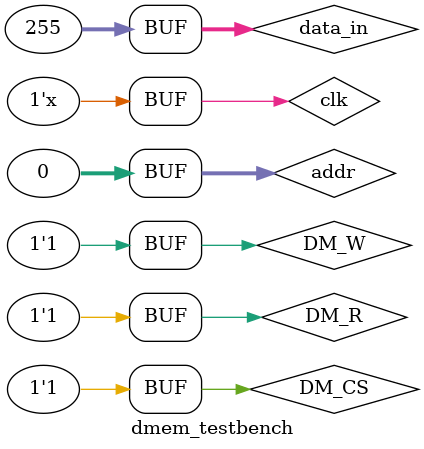
<source format=v>
`timescale 1ns / 1ps


module dmem_testbench;

	// Inputs
	reg clk;
	reg DM_CS;
	reg DM_R;
	reg DM_W;
	reg [31:0] addr;
	reg [31:0] data_in;

	// Outputs
	wire [31:0] data_out;

	// Instantiate the Unit Under Test (UUT)
	DMEM uut (
		.clk(clk), 
		.DM_CS(DM_CS), 
		.DM_R(DM_R), 
		.DM_W(DM_W), 
		.addr(addr), 
		.data_in(data_in), 
		.data_out(data_out)
	);

	initial begin
		// Initialize Inputs
		clk = 0;
		DM_CS = 0;
		DM_R = 0;
		DM_W = 0;
		addr = 0;
		data_in = 0;

		// Wait 100 ns for global reset to finish
		#100;
      		
		DM_CS=1;
		DM_R=1;
		DM_W = 1;
		addr = 920;
		data_in = 8'hff;
		
		#100;
      		
		DM_CS=1;
		DM_R=1;
		DM_W = 1;
		addr = 12;
		data_in = 8'hff;
		
		#100;
      		
		DM_CS=1;
		DM_R=1;
		DM_W = 1;
		addr = 0;
		data_in = 8'hff;

	end
      
	always begin
	#100;
	clk = ~clk;
	end
endmodule


</source>
